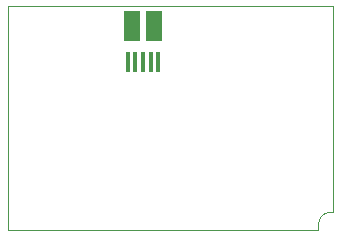
<source format=gbr>
%TF.GenerationSoftware,KiCad,Pcbnew,7.0.7*%
%TF.CreationDate,2024-01-11T19:31:21-08:00*%
%TF.ProjectId,beeper-design,62656570-6572-42d6-9465-7369676e2e6b,rev?*%
%TF.SameCoordinates,Original*%
%TF.FileFunction,Paste,Bot*%
%TF.FilePolarity,Positive*%
%FSLAX46Y46*%
G04 Gerber Fmt 4.6, Leading zero omitted, Abs format (unit mm)*
G04 Created by KiCad (PCBNEW 7.0.7) date 2024-01-11 19:31:21*
%MOMM*%
%LPD*%
G01*
G04 APERTURE LIST*
%ADD10R,0.400000X1.750000*%
%ADD11R,1.425000X2.500000*%
%TA.AperFunction,Profile*%
%ADD12C,0.050000*%
%TD*%
G04 APERTURE END LIST*
D10*
%TO.C,J6*%
X135844176Y-103280414D03*
X136494176Y-103280414D03*
X137144176Y-103280414D03*
X137794176Y-103280414D03*
X138444176Y-103280414D03*
D11*
X136181676Y-100205414D03*
X138106676Y-100205414D03*
%TD*%
D12*
X152000000Y-117500000D02*
X125750000Y-117500000D01*
X125750000Y-117500000D02*
X125750000Y-98500000D01*
X125750000Y-98500000D02*
X153250000Y-98500000D01*
X153250000Y-98500000D02*
X153250000Y-116000000D01*
X153250000Y-116000000D02*
X153000000Y-116000000D01*
X153000000Y-116000000D02*
G75*
G03*
X152000000Y-117000000I0J-1000000D01*
G01*
X152000000Y-117000000D02*
X152000000Y-117500000D01*
M02*

</source>
